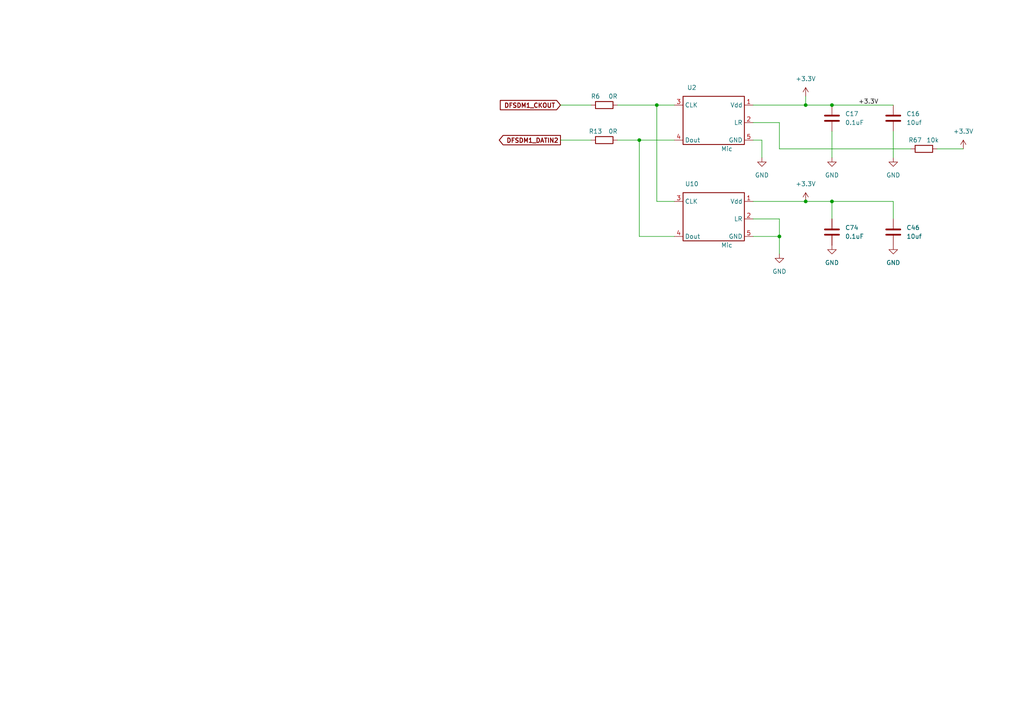
<source format=kicad_sch>
(kicad_sch (version 20211123) (generator eeschema)
  (paper "A4")
  (title_block (title "MEMS Sensors") (date "2023-01-22"))
  (lib_symbols
    (symbol "Device:C" (pin_numbers hide) (pin_names (offset 0.254))
      (property "Reference" "C" (at 0.635 2.54 0))
      (property "Value" "C" (at 0.635 -2.54 0))
      (symbol "C_0_1"
        (polyline (pts (xy -2.032 -0.762) (xy 2.032 -0.762)) (stroke (width 0.508)))
        (polyline (pts (xy -2.032 0.762) (xy 2.032 0.762)) (stroke (width 0.508)))
      )
      (symbol "C_1_1"
        (pin passive line (at 0 3.81 270) (length 2.794) (name "~") (number "1"))
        (pin passive line (at 0 -3.81 90) (length 2.794) (name "~") (number "2"))
      )
    )
    (symbol "Device:R" (pin_numbers hide) (pin_names (offset 0))
      (property "Reference" "R" (at 2.032 0 90))
      (property "Value" "R" (at 0 0 90))
      (symbol "R_0_1"
        (rectangle (start -1.016 -2.54) (end 1.016 2.54) (stroke (width 0.254)))
      )
      (symbol "R_1_1"
        (pin passive line (at 0 3.81 270) (length 1.27) (name "~") (number "1"))
        (pin passive line (at 0 -3.81 90) (length 1.27) (name "~") (number "2"))
      )
    )
    (symbol "MySymLib_HC:Mic"
      (property "Reference" "U" (at -7.62 6.35 0))
      (property "Value" "Mic" (at 0 -10.16 0))
      (symbol "Mic_1_1"
        (rectangle (start -10.16 5.08) (end 7.62 -8.89) (stroke (width 0.254)))
        (pin power_in line (at 10.16 2.54 180) (length 2.54) (name "Vdd") (number "1"))
        (pin input line (at 10.16 -2.54 180) (length 2.54) (name "LR") (number "2"))
        (pin input line (at -12.7 2.54 0) (length 2.54) (name "CLK") (number "3"))
        (pin tri_state line (at -12.7 -7.62 0) (length 2.54) (name "Dout") (number "4"))
        (pin power_in line (at 10.16 -7.62 180) (length 2.54) (name "GND") (number "5"))
      )
    )
    (symbol "power:+3.3V" (power) (pin_names (offset 0))
      (property "Value" "+3.3V" (at 0 3.556 0))
      (symbol "+3.3V_0_1"
        (polyline (pts (xy -0.762 1.27) (xy 0 2.54)))
        (polyline (pts (xy 0 0) (xy 0 2.54)))
        (polyline (pts (xy 0 2.54) (xy 0.762 1.27)))
      )
      (symbol "+3.3V_1_1"
        (pin power_in line (at 0 0 90) (length 0) hide (name "+3.3V") (number "1"))
      )
    )
    (symbol "power:GND" (power) (pin_names (offset 0))
      (property "Value" "GND" (at 0 -3.81 0))
      (symbol "GND_0_1"
        (polyline (pts (xy 0 0) (xy 0 -1.27) (xy 1.27 -1.27) (xy 0 -2.54) (xy -1.27 -1.27) (xy 0 -1.27)))
      )
      (symbol "GND_1_1"
        (pin power_in line (at 0 0 270) (length 0) hide (name "GND") (number "1"))
      )
    )
  )
  (junction (at 241.3 58.42))
  (junction (at 226.06 68.58))
  (junction (at 233.68 30.48))
  (junction (at 185.42 40.64))
  (junction (at 241.3 30.48))
  (junction (at 190.5 30.48))
  (junction (at 233.68 58.42))
  (wire (pts (xy 218.44 40.64) (xy 220.98 40.64)))
  (wire (pts (xy 218.44 58.42) (xy 233.68 58.42)))
  (wire (pts (xy 233.68 27.94) (xy 233.68 30.48)))
  (wire (pts (xy 226.06 43.18) (xy 264.16 43.18)))
  (wire (pts (xy 271.78 43.18) (xy 279.4 43.18)))
  (wire (pts (xy 241.3 30.48) (xy 259.08 30.48)))
  (wire (pts (xy 218.44 35.56) (xy 226.06 35.56)))
  (wire (pts (xy 241.3 58.42) (xy 259.08 58.42)))
  (wire (pts (xy 179.07 40.64) (xy 185.42 40.64)))
  (wire (pts (xy 226.06 63.5) (xy 226.06 68.58)))
  (wire (pts (xy 241.3 38.1) (xy 241.3 45.72)))
  (wire (pts (xy 195.58 68.58) (xy 185.42 68.58)))
  (wire (pts (xy 185.42 68.58) (xy 185.42 40.64)))
  (wire (pts (xy 162.56 40.64) (xy 171.45 40.64)))
  (wire (pts (xy 226.06 63.5) (xy 218.44 63.5)))
  (wire (pts (xy 218.44 68.58) (xy 226.06 68.58)))
  (wire (pts (xy 190.5 30.48) (xy 195.58 30.48)))
  (wire (pts (xy 218.44 30.48) (xy 233.68 30.48)))
  (wire (pts (xy 220.98 40.64) (xy 220.98 45.72)))
  (wire (pts (xy 226.06 35.56) (xy 226.06 43.18)))
  (wire (pts (xy 179.07 30.48) (xy 190.5 30.48)))
  (wire (pts (xy 226.06 68.58) (xy 226.06 73.66)))
  (wire (pts (xy 195.58 58.42) (xy 190.5 58.42)))
  (wire (pts (xy 233.68 58.42) (xy 241.3 58.42)))
  (wire (pts (xy 190.5 58.42) (xy 190.5 30.48)))
  (wire (pts (xy 259.08 38.1) (xy 259.08 45.72)))
  (wire (pts (xy 241.3 58.42) (xy 241.3 63.5)))
  (wire (pts (xy 259.08 58.42) (xy 259.08 63.5)))
  (wire (pts (xy 185.42 40.64) (xy 195.58 40.64)))
  (wire (pts (xy 233.68 30.48) (xy 241.3 30.48)))
  (wire (pts (xy 162.56 30.48) (xy 171.45 30.48)))
  (label "+3.3V" (at 248.92 30.48 0))
  (global_label "DFSDM1_CKOUT" (shape input) (at 162.56 30.48 180) (effects (font (thickness 0.254) bold)) (property "Intersheet References" "${INTERSHEET_REFS}" (effects hide)))
  (global_label "DFSDM1_DATIN2" (shape output) (at 162.56 40.64 180) (effects (font (thickness 0.254) bold)) (property "Intersheet References" "${INTERSHEET_REFS}" (effects hide)))
  (symbol (lib_id "power:GND") (at 226.06 73.66 0) (unit 1)
    (property "Reference" "#PWR02" (effects hide))
    (property "Value" "GND" (at 226.06 78.74 0))
  )
  (symbol (lib_id "power:+3.3V") (at 233.68 27.94 0) (unit 1)
    (property "Reference" "#PWR03" (effects hide))
    (property "Value" "+3.3V" (at 233.68 22.86 0))
  )
  (symbol (lib_id "power:+3.3V") (at 233.68 58.42 0) (unit 1)
    (property "Reference" "#PWR04" (effects hide))
    (property "Value" "+3.3V" (at 233.68 53.34 0))
  )
  (symbol (lib_id "Device:R") (at 267.97 43.18 90) (unit 1)
    (property "Reference" "R67" (at 265.43 40.64 90))
    (property "Value" "10k" (at 270.51 40.64 90))
  )
  (symbol (lib_id "power:GND") (at 259.08 71.12 0) (unit 1)
    (property "Reference" "#PWR08" (effects hide))
    (property "Value" "GND" (at 259.08 76.2 0))
  )
  (symbol (lib_id "MySymLib_HC:Mic") (at 208.28 33.02 0) (unit 1)
    (property "Reference" "U2" (at 200.66 25.4 0))
    (property "Value" "Mic" (at 210.82 43.18 0))
    (property "Footprint" "Sensor_Audio:Knowles_LGA-5_3.5x2.65mm" (effects hide))
    (property "Datasheet" "https://www.knowles.com/docs/default-source/model-downloads/sph0641lu4h-1-revb.pdf" (effects hide))
  )
  (symbol (lib_id "Device:R") (at 175.26 30.48 90) (unit 1)
    (property "Reference" "R6" (at 172.72 27.94 90))
    (property "Value" "0R" (at 177.8 27.94 90))
  )
  (symbol (lib_id "MySymLib_HC:Mic") (at 208.28 60.96 0) (unit 1)
    (property "Reference" "U10" (at 200.66 53.34 0))
    (property "Value" "Mic" (at 210.82 71.12 0))
    (property "Footprint" "Sensor_Audio:Knowles_LGA-5_3.5x2.65mm" (effects hide))
    (property "Datasheet" "https://www.knowles.com/docs/default-source/model-downloads/sph0641lu4h-1-revb.pdf" (effects hide))
  )
  (symbol (lib_id "Device:C") (at 241.3 34.29 0) (unit 1)
    (property "Reference" "C17" (at 245.11 33.0199 0) (effects (justify left)))
    (property "Value" "0.1uF" (at 245.11 35.5599 0) (effects (justify left)))
  )
  (symbol (lib_id "Device:C") (at 241.3 67.31 0) (unit 1)
    (property "Reference" "C74" (at 245.11 66.0399 0) (effects (justify left)))
    (property "Value" "0.1uF" (at 245.11 68.5799 0) (effects (justify left)))
  )
  (symbol (lib_id "power:GND") (at 241.3 71.12 0) (unit 1)
    (property "Reference" "#PWR06" (effects hide))
    (property "Value" "GND" (at 241.3 76.2 0))
  )
  (symbol (lib_id "Device:R") (at 175.26 40.64 90) (unit 1)
    (property "Reference" "R13" (at 172.72 38.1 90))
    (property "Value" "0R" (at 177.8 38.1 90))
  )
  (symbol (lib_id "power:GND") (at 241.3 45.72 0) (unit 1)
    (property "Reference" "#PWR05" (effects hide))
    (property "Value" "GND" (at 241.3 50.8 0))
  )
  (symbol (lib_id "power:GND") (at 220.98 45.72 0) (unit 1)
    (property "Reference" "#PWR01" (effects hide))
    (property "Value" "GND" (at 220.98 50.8 0))
  )
  (symbol (lib_id "Device:C") (at 259.08 34.29 0) (unit 1)
    (property "Reference" "C16" (at 262.89 33.0199 0) (effects (justify left)))
    (property "Value" "10uf" (at 262.89 35.5599 0) (effects (justify left)))
  )
  (symbol (lib_id "power:GND") (at 259.08 45.72 0) (unit 1)
    (property "Reference" "#PWR07" (effects hide))
    (property "Value" "GND" (at 259.08 50.8 0))
  )
  (symbol (lib_id "power:+3.3V") (at 279.4 43.18 0) (unit 1)
    (property "Reference" "#PWR09" (effects hide))
    (property "Value" "+3.3V" (at 279.4 38.1 0))
  )
  (symbol (lib_id "Device:C") (at 259.08 67.31 0) (unit 1)
    (property "Reference" "C46" (at 262.89 66.0399 0) (effects (justify left)))
    (property "Value" "10uf" (at 262.89 68.5799 0) (effects (justify left)))
  )
)
</source>
